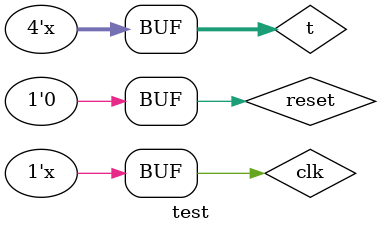
<source format=v>
`timescale 1ns / 200ps // Should be 5 ns for ML605?  1ns/500ps doesn't work
`include "dpp.v"
module test;
  reg clk, reset;
`define TIMER_SIZE 3
  reg signed [`TIMER_SIZE:0] t;

  wire[1:0] led5;
	dining_table#(.N_PHILO(2))
  uut(.clk(clk), .reset(reset), .LEDs_Positions_TRI_O(led5));

	initial begin
		clk = 1'b0;
		reset = 1'b0;
    t <= 3; //0;        
    //$monitor($time, " clk=%b", clk);
    #5 reset = 1'b1;//The rising of reset line should trigger the reset logic
		#5 reset = 1'b0;
	end
  
   always begin
     #5 clk = ~clk;
     t <= t - 1;
   end

  always @(posedge t[`TIMER_SIZE]) begin // detect rollover
    t <= 3;
  end//always @(posedge clk or posedge reset) 

endmodule


</source>
